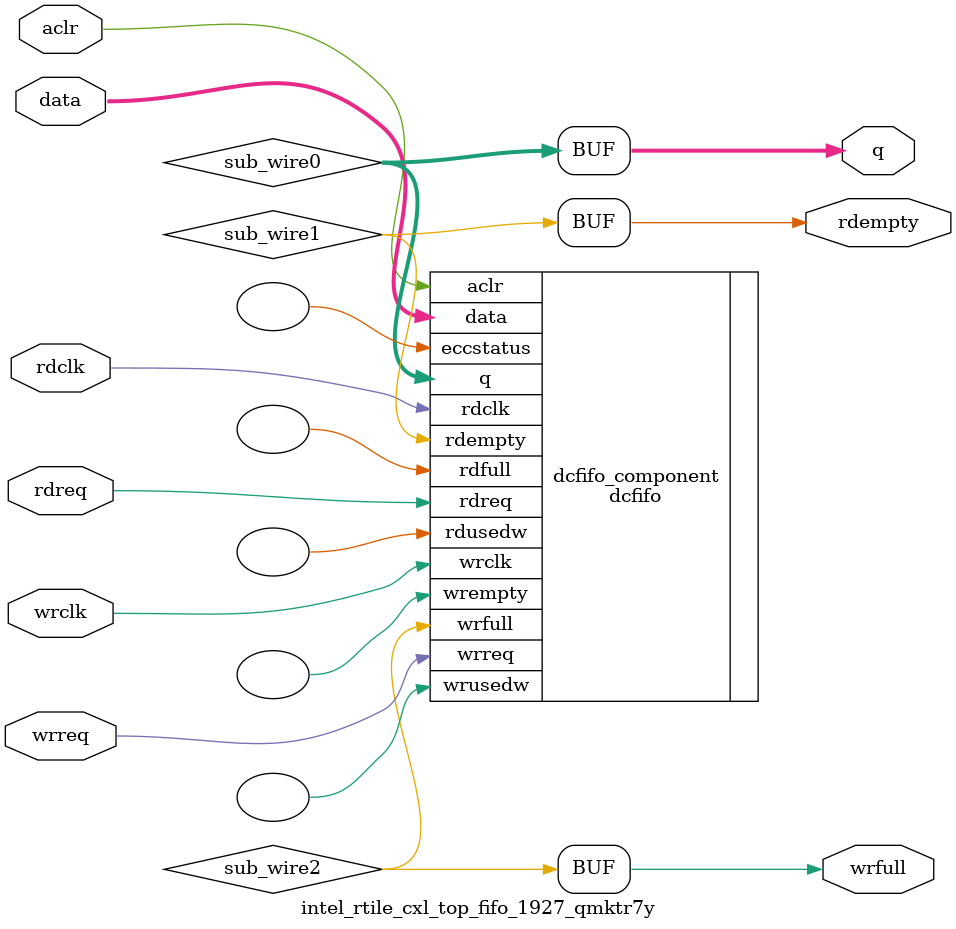
<source format=v>



`timescale 1 ps / 1 ps
// synopsys translate_on
module  intel_rtile_cxl_top_fifo_1927_qmktr7y  (
    aclr,
    data,
    rdclk,
    rdreq,
    wrclk,
    wrreq,
    q,
    rdempty,
    wrfull);

    input    aclr;
    input  [68:0]  data;
    input    rdclk;
    input    rdreq;
    input    wrclk;
    input    wrreq;
    output [68:0]  q;
    output   rdempty;
    output   wrfull;
`ifndef ALTERA_RESERVED_QIS
// synopsys translate_off
`endif
    tri0     aclr;
`ifndef ALTERA_RESERVED_QIS
// synopsys translate_on
`endif

    wire [68:0] sub_wire0;
    wire  sub_wire1;
    wire  sub_wire2;
    wire [68:0] q = sub_wire0[68:0];
    wire  rdempty = sub_wire1;
    wire  wrfull = sub_wire2;

    dcfifo  dcfifo_component (
                .aclr (aclr),
                .data (data),
                .rdclk (rdclk),
                .rdreq (rdreq),
                .wrclk (wrclk),
                .wrreq (wrreq),
                .q (sub_wire0),
                .rdempty (sub_wire1),
                .wrfull (sub_wire2),
                .eccstatus (),
                .rdfull (),
                .rdusedw (),
                .wrempty (),
                .wrusedw ());
    defparam
        dcfifo_component.enable_ecc  = "FALSE",
        dcfifo_component.intended_device_family  = "Agilex 7",
        dcfifo_component.lpm_hint  = "DISABLE_DCFIFO_EMBEDDED_TIMING_CONSTRAINT=TRUE",
        dcfifo_component.lpm_numwords  = 8,
        dcfifo_component.lpm_showahead  = "ON",
        dcfifo_component.lpm_type  = "dcfifo",
        dcfifo_component.lpm_width  = 69,
        dcfifo_component.lpm_widthu  = 3,
        dcfifo_component.overflow_checking  = "ON",
        dcfifo_component.rdsync_delaypipe  = 5,
        dcfifo_component.read_aclr_synch  = "OFF",
        dcfifo_component.underflow_checking  = "ON",
        dcfifo_component.use_eab  = "ON",
        dcfifo_component.write_aclr_synch  = "ON",
        dcfifo_component.wrsync_delaypipe  = 5;


endmodule



</source>
